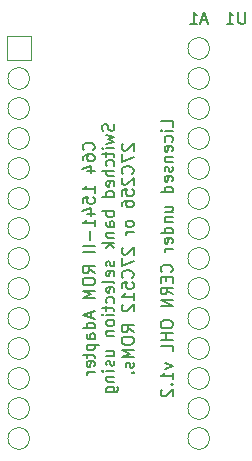
<source format=gbo>
%TF.GenerationSoftware,KiCad,Pcbnew,(5.1.8)-1*%
%TF.CreationDate,2021-04-08T15:32:03+02:00*%
%TF.ProjectId,C64 1541-II ROM Adapter,43363420-3135-4343-912d-494920524f4d,rev?*%
%TF.SameCoordinates,Original*%
%TF.FileFunction,Legend,Bot*%
%TF.FilePolarity,Positive*%
%FSLAX46Y46*%
G04 Gerber Fmt 4.6, Leading zero omitted, Abs format (unit mm)*
G04 Created by KiCad (PCBNEW (5.1.8)-1) date 2021-04-08 15:32:03*
%MOMM*%
%LPD*%
G01*
G04 APERTURE LIST*
%ADD10C,0.150000*%
%ADD11C,0.120000*%
G04 APERTURE END LIST*
D10*
X118189285Y-59856666D02*
X117713095Y-59856666D01*
X118284523Y-60142380D02*
X117951190Y-59142380D01*
X117617857Y-60142380D01*
X116760714Y-60142380D02*
X117332142Y-60142380D01*
X117046428Y-60142380D02*
X117046428Y-59142380D01*
X117141666Y-59285238D01*
X117236904Y-59380476D01*
X117332142Y-59428095D01*
X121411904Y-59142380D02*
X121411904Y-59951904D01*
X121364285Y-60047142D01*
X121316666Y-60094761D01*
X121221428Y-60142380D01*
X121030952Y-60142380D01*
X120935714Y-60094761D01*
X120888095Y-60047142D01*
X120840476Y-59951904D01*
X120840476Y-59142380D01*
X119840476Y-60142380D02*
X120411904Y-60142380D01*
X120126190Y-60142380D02*
X120126190Y-59142380D01*
X120221428Y-59285238D01*
X120316666Y-59380476D01*
X120411904Y-59428095D01*
X108563142Y-70819523D02*
X108610761Y-70771904D01*
X108658380Y-70629047D01*
X108658380Y-70533809D01*
X108610761Y-70390952D01*
X108515523Y-70295714D01*
X108420285Y-70248095D01*
X108229809Y-70200476D01*
X108086952Y-70200476D01*
X107896476Y-70248095D01*
X107801238Y-70295714D01*
X107706000Y-70390952D01*
X107658380Y-70533809D01*
X107658380Y-70629047D01*
X107706000Y-70771904D01*
X107753619Y-70819523D01*
X107658380Y-71676666D02*
X107658380Y-71486190D01*
X107706000Y-71390952D01*
X107753619Y-71343333D01*
X107896476Y-71248095D01*
X108086952Y-71200476D01*
X108467904Y-71200476D01*
X108563142Y-71248095D01*
X108610761Y-71295714D01*
X108658380Y-71390952D01*
X108658380Y-71581428D01*
X108610761Y-71676666D01*
X108563142Y-71724285D01*
X108467904Y-71771904D01*
X108229809Y-71771904D01*
X108134571Y-71724285D01*
X108086952Y-71676666D01*
X108039333Y-71581428D01*
X108039333Y-71390952D01*
X108086952Y-71295714D01*
X108134571Y-71248095D01*
X108229809Y-71200476D01*
X107991714Y-72629047D02*
X108658380Y-72629047D01*
X107610761Y-72390952D02*
X108325047Y-72152857D01*
X108325047Y-72771904D01*
X108658380Y-74438571D02*
X108658380Y-73867142D01*
X108658380Y-74152857D02*
X107658380Y-74152857D01*
X107801238Y-74057619D01*
X107896476Y-73962380D01*
X107944095Y-73867142D01*
X107658380Y-75343333D02*
X107658380Y-74867142D01*
X108134571Y-74819523D01*
X108086952Y-74867142D01*
X108039333Y-74962380D01*
X108039333Y-75200476D01*
X108086952Y-75295714D01*
X108134571Y-75343333D01*
X108229809Y-75390952D01*
X108467904Y-75390952D01*
X108563142Y-75343333D01*
X108610761Y-75295714D01*
X108658380Y-75200476D01*
X108658380Y-74962380D01*
X108610761Y-74867142D01*
X108563142Y-74819523D01*
X107991714Y-76248095D02*
X108658380Y-76248095D01*
X107610761Y-76009999D02*
X108325047Y-75771904D01*
X108325047Y-76390952D01*
X108658380Y-77295714D02*
X108658380Y-76724285D01*
X108658380Y-77009999D02*
X107658380Y-77009999D01*
X107801238Y-76914761D01*
X107896476Y-76819523D01*
X107944095Y-76724285D01*
X108277428Y-77724285D02*
X108277428Y-78486190D01*
X108658380Y-78962380D02*
X107658380Y-78962380D01*
X108658380Y-79438571D02*
X107658380Y-79438571D01*
X108658380Y-81248095D02*
X108182190Y-80914761D01*
X108658380Y-80676666D02*
X107658380Y-80676666D01*
X107658380Y-81057619D01*
X107706000Y-81152857D01*
X107753619Y-81200476D01*
X107848857Y-81248095D01*
X107991714Y-81248095D01*
X108086952Y-81200476D01*
X108134571Y-81152857D01*
X108182190Y-81057619D01*
X108182190Y-80676666D01*
X107658380Y-81867142D02*
X107658380Y-82057619D01*
X107706000Y-82152857D01*
X107801238Y-82248095D01*
X107991714Y-82295714D01*
X108325047Y-82295714D01*
X108515523Y-82248095D01*
X108610761Y-82152857D01*
X108658380Y-82057619D01*
X108658380Y-81867142D01*
X108610761Y-81771904D01*
X108515523Y-81676666D01*
X108325047Y-81629047D01*
X107991714Y-81629047D01*
X107801238Y-81676666D01*
X107706000Y-81771904D01*
X107658380Y-81867142D01*
X108658380Y-82724285D02*
X107658380Y-82724285D01*
X108372666Y-83057619D01*
X107658380Y-83390952D01*
X108658380Y-83390952D01*
X108372666Y-84581428D02*
X108372666Y-85057619D01*
X108658380Y-84486190D02*
X107658380Y-84819523D01*
X108658380Y-85152857D01*
X108658380Y-85914761D02*
X107658380Y-85914761D01*
X108610761Y-85914761D02*
X108658380Y-85819523D01*
X108658380Y-85629047D01*
X108610761Y-85533809D01*
X108563142Y-85486190D01*
X108467904Y-85438571D01*
X108182190Y-85438571D01*
X108086952Y-85486190D01*
X108039333Y-85533809D01*
X107991714Y-85629047D01*
X107991714Y-85819523D01*
X108039333Y-85914761D01*
X108658380Y-86819523D02*
X108134571Y-86819523D01*
X108039333Y-86771904D01*
X107991714Y-86676666D01*
X107991714Y-86486190D01*
X108039333Y-86390952D01*
X108610761Y-86819523D02*
X108658380Y-86724285D01*
X108658380Y-86486190D01*
X108610761Y-86390952D01*
X108515523Y-86343333D01*
X108420285Y-86343333D01*
X108325047Y-86390952D01*
X108277428Y-86486190D01*
X108277428Y-86724285D01*
X108229809Y-86819523D01*
X107991714Y-87295714D02*
X108991714Y-87295714D01*
X108039333Y-87295714D02*
X107991714Y-87390952D01*
X107991714Y-87581428D01*
X108039333Y-87676666D01*
X108086952Y-87724285D01*
X108182190Y-87771904D01*
X108467904Y-87771904D01*
X108563142Y-87724285D01*
X108610761Y-87676666D01*
X108658380Y-87581428D01*
X108658380Y-87390952D01*
X108610761Y-87295714D01*
X107991714Y-88057619D02*
X107991714Y-88438571D01*
X107658380Y-88200476D02*
X108515523Y-88200476D01*
X108610761Y-88248095D01*
X108658380Y-88343333D01*
X108658380Y-88438571D01*
X108610761Y-89152857D02*
X108658380Y-89057619D01*
X108658380Y-88867142D01*
X108610761Y-88771904D01*
X108515523Y-88724285D01*
X108134571Y-88724285D01*
X108039333Y-88771904D01*
X107991714Y-88867142D01*
X107991714Y-89057619D01*
X108039333Y-89152857D01*
X108134571Y-89200476D01*
X108229809Y-89200476D01*
X108325047Y-88724285D01*
X108658380Y-89629047D02*
X107991714Y-89629047D01*
X108182190Y-89629047D02*
X108086952Y-89676666D01*
X108039333Y-89724285D01*
X107991714Y-89819523D01*
X107991714Y-89914761D01*
X110260761Y-68629047D02*
X110308380Y-68771904D01*
X110308380Y-69010000D01*
X110260761Y-69105238D01*
X110213142Y-69152857D01*
X110117904Y-69200476D01*
X110022666Y-69200476D01*
X109927428Y-69152857D01*
X109879809Y-69105238D01*
X109832190Y-69010000D01*
X109784571Y-68819523D01*
X109736952Y-68724285D01*
X109689333Y-68676666D01*
X109594095Y-68629047D01*
X109498857Y-68629047D01*
X109403619Y-68676666D01*
X109356000Y-68724285D01*
X109308380Y-68819523D01*
X109308380Y-69057619D01*
X109356000Y-69200476D01*
X109641714Y-69533809D02*
X110308380Y-69724285D01*
X109832190Y-69914761D01*
X110308380Y-70105238D01*
X109641714Y-70295714D01*
X110308380Y-70676666D02*
X109641714Y-70676666D01*
X109308380Y-70676666D02*
X109356000Y-70629047D01*
X109403619Y-70676666D01*
X109356000Y-70724285D01*
X109308380Y-70676666D01*
X109403619Y-70676666D01*
X109641714Y-71010000D02*
X109641714Y-71390952D01*
X109308380Y-71152857D02*
X110165523Y-71152857D01*
X110260761Y-71200476D01*
X110308380Y-71295714D01*
X110308380Y-71390952D01*
X110260761Y-72152857D02*
X110308380Y-72057619D01*
X110308380Y-71867142D01*
X110260761Y-71771904D01*
X110213142Y-71724285D01*
X110117904Y-71676666D01*
X109832190Y-71676666D01*
X109736952Y-71724285D01*
X109689333Y-71771904D01*
X109641714Y-71867142D01*
X109641714Y-72057619D01*
X109689333Y-72152857D01*
X110308380Y-72581428D02*
X109308380Y-72581428D01*
X110308380Y-73010000D02*
X109784571Y-73010000D01*
X109689333Y-72962380D01*
X109641714Y-72867142D01*
X109641714Y-72724285D01*
X109689333Y-72629047D01*
X109736952Y-72581428D01*
X110260761Y-73867142D02*
X110308380Y-73771904D01*
X110308380Y-73581428D01*
X110260761Y-73486190D01*
X110165523Y-73438571D01*
X109784571Y-73438571D01*
X109689333Y-73486190D01*
X109641714Y-73581428D01*
X109641714Y-73771904D01*
X109689333Y-73867142D01*
X109784571Y-73914761D01*
X109879809Y-73914761D01*
X109975047Y-73438571D01*
X110308380Y-74771904D02*
X109308380Y-74771904D01*
X110260761Y-74771904D02*
X110308380Y-74676666D01*
X110308380Y-74486190D01*
X110260761Y-74390952D01*
X110213142Y-74343333D01*
X110117904Y-74295714D01*
X109832190Y-74295714D01*
X109736952Y-74343333D01*
X109689333Y-74390952D01*
X109641714Y-74486190D01*
X109641714Y-74676666D01*
X109689333Y-74771904D01*
X110308380Y-76010000D02*
X109308380Y-76010000D01*
X109689333Y-76010000D02*
X109641714Y-76105238D01*
X109641714Y-76295714D01*
X109689333Y-76390952D01*
X109736952Y-76438571D01*
X109832190Y-76486190D01*
X110117904Y-76486190D01*
X110213142Y-76438571D01*
X110260761Y-76390952D01*
X110308380Y-76295714D01*
X110308380Y-76105238D01*
X110260761Y-76010000D01*
X110308380Y-77343333D02*
X109784571Y-77343333D01*
X109689333Y-77295714D01*
X109641714Y-77200476D01*
X109641714Y-77010000D01*
X109689333Y-76914761D01*
X110260761Y-77343333D02*
X110308380Y-77248095D01*
X110308380Y-77010000D01*
X110260761Y-76914761D01*
X110165523Y-76867142D01*
X110070285Y-76867142D01*
X109975047Y-76914761D01*
X109927428Y-77010000D01*
X109927428Y-77248095D01*
X109879809Y-77343333D01*
X109641714Y-77819523D02*
X110308380Y-77819523D01*
X109736952Y-77819523D02*
X109689333Y-77867142D01*
X109641714Y-77962380D01*
X109641714Y-78105238D01*
X109689333Y-78200476D01*
X109784571Y-78248095D01*
X110308380Y-78248095D01*
X110308380Y-78724285D02*
X109308380Y-78724285D01*
X109927428Y-78819523D02*
X110308380Y-79105238D01*
X109641714Y-79105238D02*
X110022666Y-78724285D01*
X110260761Y-80248095D02*
X110308380Y-80343333D01*
X110308380Y-80533809D01*
X110260761Y-80629047D01*
X110165523Y-80676666D01*
X110117904Y-80676666D01*
X110022666Y-80629047D01*
X109975047Y-80533809D01*
X109975047Y-80390952D01*
X109927428Y-80295714D01*
X109832190Y-80248095D01*
X109784571Y-80248095D01*
X109689333Y-80295714D01*
X109641714Y-80390952D01*
X109641714Y-80533809D01*
X109689333Y-80629047D01*
X110260761Y-81486190D02*
X110308380Y-81390952D01*
X110308380Y-81200476D01*
X110260761Y-81105238D01*
X110165523Y-81057619D01*
X109784571Y-81057619D01*
X109689333Y-81105238D01*
X109641714Y-81200476D01*
X109641714Y-81390952D01*
X109689333Y-81486190D01*
X109784571Y-81533809D01*
X109879809Y-81533809D01*
X109975047Y-81057619D01*
X110308380Y-82105238D02*
X110260761Y-82010000D01*
X110165523Y-81962380D01*
X109308380Y-81962380D01*
X110260761Y-82867142D02*
X110308380Y-82771904D01*
X110308380Y-82581428D01*
X110260761Y-82486190D01*
X110165523Y-82438571D01*
X109784571Y-82438571D01*
X109689333Y-82486190D01*
X109641714Y-82581428D01*
X109641714Y-82771904D01*
X109689333Y-82867142D01*
X109784571Y-82914761D01*
X109879809Y-82914761D01*
X109975047Y-82438571D01*
X110260761Y-83771904D02*
X110308380Y-83676666D01*
X110308380Y-83486190D01*
X110260761Y-83390952D01*
X110213142Y-83343333D01*
X110117904Y-83295714D01*
X109832190Y-83295714D01*
X109736952Y-83343333D01*
X109689333Y-83390952D01*
X109641714Y-83486190D01*
X109641714Y-83676666D01*
X109689333Y-83771904D01*
X109641714Y-84057619D02*
X109641714Y-84438571D01*
X109308380Y-84200476D02*
X110165523Y-84200476D01*
X110260761Y-84248095D01*
X110308380Y-84343333D01*
X110308380Y-84438571D01*
X110308380Y-84771904D02*
X109641714Y-84771904D01*
X109308380Y-84771904D02*
X109356000Y-84724285D01*
X109403619Y-84771904D01*
X109356000Y-84819523D01*
X109308380Y-84771904D01*
X109403619Y-84771904D01*
X110308380Y-85390952D02*
X110260761Y-85295714D01*
X110213142Y-85248095D01*
X110117904Y-85200476D01*
X109832190Y-85200476D01*
X109736952Y-85248095D01*
X109689333Y-85295714D01*
X109641714Y-85390952D01*
X109641714Y-85533809D01*
X109689333Y-85629047D01*
X109736952Y-85676666D01*
X109832190Y-85724285D01*
X110117904Y-85724285D01*
X110213142Y-85676666D01*
X110260761Y-85629047D01*
X110308380Y-85533809D01*
X110308380Y-85390952D01*
X109641714Y-86152857D02*
X110308380Y-86152857D01*
X109736952Y-86152857D02*
X109689333Y-86200476D01*
X109641714Y-86295714D01*
X109641714Y-86438571D01*
X109689333Y-86533809D01*
X109784571Y-86581428D01*
X110308380Y-86581428D01*
X109641714Y-88248095D02*
X110308380Y-88248095D01*
X109641714Y-87819523D02*
X110165523Y-87819523D01*
X110260761Y-87867142D01*
X110308380Y-87962380D01*
X110308380Y-88105238D01*
X110260761Y-88200476D01*
X110213142Y-88248095D01*
X110260761Y-88676666D02*
X110308380Y-88771904D01*
X110308380Y-88962380D01*
X110260761Y-89057619D01*
X110165523Y-89105238D01*
X110117904Y-89105238D01*
X110022666Y-89057619D01*
X109975047Y-88962380D01*
X109975047Y-88819523D01*
X109927428Y-88724285D01*
X109832190Y-88676666D01*
X109784571Y-88676666D01*
X109689333Y-88724285D01*
X109641714Y-88819523D01*
X109641714Y-88962380D01*
X109689333Y-89057619D01*
X110308380Y-89533809D02*
X109641714Y-89533809D01*
X109308380Y-89533809D02*
X109356000Y-89486190D01*
X109403619Y-89533809D01*
X109356000Y-89581428D01*
X109308380Y-89533809D01*
X109403619Y-89533809D01*
X109641714Y-90010000D02*
X110308380Y-90010000D01*
X109736952Y-90010000D02*
X109689333Y-90057619D01*
X109641714Y-90152857D01*
X109641714Y-90295714D01*
X109689333Y-90390952D01*
X109784571Y-90438571D01*
X110308380Y-90438571D01*
X109641714Y-91343333D02*
X110451238Y-91343333D01*
X110546476Y-91295714D01*
X110594095Y-91248095D01*
X110641714Y-91152857D01*
X110641714Y-91010000D01*
X110594095Y-90914761D01*
X110260761Y-91343333D02*
X110308380Y-91248095D01*
X110308380Y-91057619D01*
X110260761Y-90962380D01*
X110213142Y-90914761D01*
X110117904Y-90867142D01*
X109832190Y-90867142D01*
X109736952Y-90914761D01*
X109689333Y-90962380D01*
X109641714Y-91057619D01*
X109641714Y-91248095D01*
X109689333Y-91343333D01*
X111053619Y-70295714D02*
X111006000Y-70343333D01*
X110958380Y-70438571D01*
X110958380Y-70676666D01*
X111006000Y-70771904D01*
X111053619Y-70819523D01*
X111148857Y-70867142D01*
X111244095Y-70867142D01*
X111386952Y-70819523D01*
X111958380Y-70248095D01*
X111958380Y-70867142D01*
X110958380Y-71200476D02*
X110958380Y-71867142D01*
X111958380Y-71438571D01*
X111863142Y-72819523D02*
X111910761Y-72771904D01*
X111958380Y-72629047D01*
X111958380Y-72533809D01*
X111910761Y-72390952D01*
X111815523Y-72295714D01*
X111720285Y-72248095D01*
X111529809Y-72200476D01*
X111386952Y-72200476D01*
X111196476Y-72248095D01*
X111101238Y-72295714D01*
X111006000Y-72390952D01*
X110958380Y-72533809D01*
X110958380Y-72629047D01*
X111006000Y-72771904D01*
X111053619Y-72819523D01*
X111053619Y-73200476D02*
X111006000Y-73248095D01*
X110958380Y-73343333D01*
X110958380Y-73581428D01*
X111006000Y-73676666D01*
X111053619Y-73724285D01*
X111148857Y-73771904D01*
X111244095Y-73771904D01*
X111386952Y-73724285D01*
X111958380Y-73152857D01*
X111958380Y-73771904D01*
X110958380Y-74676666D02*
X110958380Y-74200476D01*
X111434571Y-74152857D01*
X111386952Y-74200476D01*
X111339333Y-74295714D01*
X111339333Y-74533809D01*
X111386952Y-74629047D01*
X111434571Y-74676666D01*
X111529809Y-74724285D01*
X111767904Y-74724285D01*
X111863142Y-74676666D01*
X111910761Y-74629047D01*
X111958380Y-74533809D01*
X111958380Y-74295714D01*
X111910761Y-74200476D01*
X111863142Y-74152857D01*
X110958380Y-75581428D02*
X110958380Y-75390952D01*
X111006000Y-75295714D01*
X111053619Y-75248095D01*
X111196476Y-75152857D01*
X111386952Y-75105238D01*
X111767904Y-75105238D01*
X111863142Y-75152857D01*
X111910761Y-75200476D01*
X111958380Y-75295714D01*
X111958380Y-75486190D01*
X111910761Y-75581428D01*
X111863142Y-75629047D01*
X111767904Y-75676666D01*
X111529809Y-75676666D01*
X111434571Y-75629047D01*
X111386952Y-75581428D01*
X111339333Y-75486190D01*
X111339333Y-75295714D01*
X111386952Y-75200476D01*
X111434571Y-75152857D01*
X111529809Y-75105238D01*
X111958380Y-77010000D02*
X111910761Y-76914761D01*
X111863142Y-76867142D01*
X111767904Y-76819523D01*
X111482190Y-76819523D01*
X111386952Y-76867142D01*
X111339333Y-76914761D01*
X111291714Y-77010000D01*
X111291714Y-77152857D01*
X111339333Y-77248095D01*
X111386952Y-77295714D01*
X111482190Y-77343333D01*
X111767904Y-77343333D01*
X111863142Y-77295714D01*
X111910761Y-77248095D01*
X111958380Y-77152857D01*
X111958380Y-77010000D01*
X111958380Y-77771904D02*
X111291714Y-77771904D01*
X111482190Y-77771904D02*
X111386952Y-77819523D01*
X111339333Y-77867142D01*
X111291714Y-77962380D01*
X111291714Y-78057619D01*
X111053619Y-79105238D02*
X111006000Y-79152857D01*
X110958380Y-79248095D01*
X110958380Y-79486190D01*
X111006000Y-79581428D01*
X111053619Y-79629047D01*
X111148857Y-79676666D01*
X111244095Y-79676666D01*
X111386952Y-79629047D01*
X111958380Y-79057619D01*
X111958380Y-79676666D01*
X110958380Y-80010000D02*
X110958380Y-80676666D01*
X111958380Y-80248095D01*
X111863142Y-81629047D02*
X111910761Y-81581428D01*
X111958380Y-81438571D01*
X111958380Y-81343333D01*
X111910761Y-81200476D01*
X111815523Y-81105238D01*
X111720285Y-81057619D01*
X111529809Y-81010000D01*
X111386952Y-81010000D01*
X111196476Y-81057619D01*
X111101238Y-81105238D01*
X111006000Y-81200476D01*
X110958380Y-81343333D01*
X110958380Y-81438571D01*
X111006000Y-81581428D01*
X111053619Y-81629047D01*
X110958380Y-82533809D02*
X110958380Y-82057619D01*
X111434571Y-82010000D01*
X111386952Y-82057619D01*
X111339333Y-82152857D01*
X111339333Y-82390952D01*
X111386952Y-82486190D01*
X111434571Y-82533809D01*
X111529809Y-82581428D01*
X111767904Y-82581428D01*
X111863142Y-82533809D01*
X111910761Y-82486190D01*
X111958380Y-82390952D01*
X111958380Y-82152857D01*
X111910761Y-82057619D01*
X111863142Y-82010000D01*
X111958380Y-83533809D02*
X111958380Y-82962380D01*
X111958380Y-83248095D02*
X110958380Y-83248095D01*
X111101238Y-83152857D01*
X111196476Y-83057619D01*
X111244095Y-82962380D01*
X111053619Y-83914761D02*
X111006000Y-83962380D01*
X110958380Y-84057619D01*
X110958380Y-84295714D01*
X111006000Y-84390952D01*
X111053619Y-84438571D01*
X111148857Y-84486190D01*
X111244095Y-84486190D01*
X111386952Y-84438571D01*
X111958380Y-83867142D01*
X111958380Y-84486190D01*
X111958380Y-86248095D02*
X111482190Y-85914761D01*
X111958380Y-85676666D02*
X110958380Y-85676666D01*
X110958380Y-86057619D01*
X111006000Y-86152857D01*
X111053619Y-86200476D01*
X111148857Y-86248095D01*
X111291714Y-86248095D01*
X111386952Y-86200476D01*
X111434571Y-86152857D01*
X111482190Y-86057619D01*
X111482190Y-85676666D01*
X110958380Y-86867142D02*
X110958380Y-87057619D01*
X111006000Y-87152857D01*
X111101238Y-87248095D01*
X111291714Y-87295714D01*
X111625047Y-87295714D01*
X111815523Y-87248095D01*
X111910761Y-87152857D01*
X111958380Y-87057619D01*
X111958380Y-86867142D01*
X111910761Y-86771904D01*
X111815523Y-86676666D01*
X111625047Y-86629047D01*
X111291714Y-86629047D01*
X111101238Y-86676666D01*
X111006000Y-86771904D01*
X110958380Y-86867142D01*
X111958380Y-87724285D02*
X110958380Y-87724285D01*
X111672666Y-88057619D01*
X110958380Y-88390952D01*
X111958380Y-88390952D01*
X111910761Y-88819523D02*
X111958380Y-88914761D01*
X111958380Y-89105238D01*
X111910761Y-89200476D01*
X111815523Y-89248095D01*
X111767904Y-89248095D01*
X111672666Y-89200476D01*
X111625047Y-89105238D01*
X111625047Y-88962380D01*
X111577428Y-88867142D01*
X111482190Y-88819523D01*
X111434571Y-88819523D01*
X111339333Y-88867142D01*
X111291714Y-88962380D01*
X111291714Y-89105238D01*
X111339333Y-89200476D01*
X111863142Y-89676666D02*
X111910761Y-89724285D01*
X111958380Y-89676666D01*
X111910761Y-89629047D01*
X111863142Y-89676666D01*
X111958380Y-89676666D01*
X115258380Y-68867142D02*
X115258380Y-68390952D01*
X114258380Y-68390952D01*
X115258380Y-69200476D02*
X114591714Y-69200476D01*
X114258380Y-69200476D02*
X114306000Y-69152857D01*
X114353619Y-69200476D01*
X114306000Y-69248095D01*
X114258380Y-69200476D01*
X114353619Y-69200476D01*
X115210761Y-70105238D02*
X115258380Y-70010000D01*
X115258380Y-69819523D01*
X115210761Y-69724285D01*
X115163142Y-69676666D01*
X115067904Y-69629047D01*
X114782190Y-69629047D01*
X114686952Y-69676666D01*
X114639333Y-69724285D01*
X114591714Y-69819523D01*
X114591714Y-70010000D01*
X114639333Y-70105238D01*
X115210761Y-70914761D02*
X115258380Y-70819523D01*
X115258380Y-70629047D01*
X115210761Y-70533809D01*
X115115523Y-70486190D01*
X114734571Y-70486190D01*
X114639333Y-70533809D01*
X114591714Y-70629047D01*
X114591714Y-70819523D01*
X114639333Y-70914761D01*
X114734571Y-70962380D01*
X114829809Y-70962380D01*
X114925047Y-70486190D01*
X114591714Y-71390952D02*
X115258380Y-71390952D01*
X114686952Y-71390952D02*
X114639333Y-71438571D01*
X114591714Y-71533809D01*
X114591714Y-71676666D01*
X114639333Y-71771904D01*
X114734571Y-71819523D01*
X115258380Y-71819523D01*
X115210761Y-72248095D02*
X115258380Y-72343333D01*
X115258380Y-72533809D01*
X115210761Y-72629047D01*
X115115523Y-72676666D01*
X115067904Y-72676666D01*
X114972666Y-72629047D01*
X114925047Y-72533809D01*
X114925047Y-72390952D01*
X114877428Y-72295714D01*
X114782190Y-72248095D01*
X114734571Y-72248095D01*
X114639333Y-72295714D01*
X114591714Y-72390952D01*
X114591714Y-72533809D01*
X114639333Y-72629047D01*
X115210761Y-73486190D02*
X115258380Y-73390952D01*
X115258380Y-73200476D01*
X115210761Y-73105238D01*
X115115523Y-73057619D01*
X114734571Y-73057619D01*
X114639333Y-73105238D01*
X114591714Y-73200476D01*
X114591714Y-73390952D01*
X114639333Y-73486190D01*
X114734571Y-73533809D01*
X114829809Y-73533809D01*
X114925047Y-73057619D01*
X115258380Y-74390952D02*
X114258380Y-74390952D01*
X115210761Y-74390952D02*
X115258380Y-74295714D01*
X115258380Y-74105238D01*
X115210761Y-74010000D01*
X115163142Y-73962380D01*
X115067904Y-73914761D01*
X114782190Y-73914761D01*
X114686952Y-73962380D01*
X114639333Y-74010000D01*
X114591714Y-74105238D01*
X114591714Y-74295714D01*
X114639333Y-74390952D01*
X114591714Y-76057619D02*
X115258380Y-76057619D01*
X114591714Y-75629047D02*
X115115523Y-75629047D01*
X115210761Y-75676666D01*
X115258380Y-75771904D01*
X115258380Y-75914761D01*
X115210761Y-76010000D01*
X115163142Y-76057619D01*
X114591714Y-76533809D02*
X115258380Y-76533809D01*
X114686952Y-76533809D02*
X114639333Y-76581428D01*
X114591714Y-76676666D01*
X114591714Y-76819523D01*
X114639333Y-76914761D01*
X114734571Y-76962380D01*
X115258380Y-76962380D01*
X115258380Y-77867142D02*
X114258380Y-77867142D01*
X115210761Y-77867142D02*
X115258380Y-77771904D01*
X115258380Y-77581428D01*
X115210761Y-77486190D01*
X115163142Y-77438571D01*
X115067904Y-77390952D01*
X114782190Y-77390952D01*
X114686952Y-77438571D01*
X114639333Y-77486190D01*
X114591714Y-77581428D01*
X114591714Y-77771904D01*
X114639333Y-77867142D01*
X115210761Y-78724285D02*
X115258380Y-78629047D01*
X115258380Y-78438571D01*
X115210761Y-78343333D01*
X115115523Y-78295714D01*
X114734571Y-78295714D01*
X114639333Y-78343333D01*
X114591714Y-78438571D01*
X114591714Y-78629047D01*
X114639333Y-78724285D01*
X114734571Y-78771904D01*
X114829809Y-78771904D01*
X114925047Y-78295714D01*
X115258380Y-79200476D02*
X114591714Y-79200476D01*
X114782190Y-79200476D02*
X114686952Y-79248095D01*
X114639333Y-79295714D01*
X114591714Y-79390952D01*
X114591714Y-79486190D01*
X115163142Y-81152857D02*
X115210761Y-81105238D01*
X115258380Y-80962380D01*
X115258380Y-80867142D01*
X115210761Y-80724285D01*
X115115523Y-80629047D01*
X115020285Y-80581428D01*
X114829809Y-80533809D01*
X114686952Y-80533809D01*
X114496476Y-80581428D01*
X114401238Y-80629047D01*
X114306000Y-80724285D01*
X114258380Y-80867142D01*
X114258380Y-80962380D01*
X114306000Y-81105238D01*
X114353619Y-81152857D01*
X114734571Y-81581428D02*
X114734571Y-81914761D01*
X115258380Y-82057619D02*
X115258380Y-81581428D01*
X114258380Y-81581428D01*
X114258380Y-82057619D01*
X115258380Y-83057619D02*
X114782190Y-82724285D01*
X115258380Y-82486190D02*
X114258380Y-82486190D01*
X114258380Y-82867142D01*
X114306000Y-82962380D01*
X114353619Y-83010000D01*
X114448857Y-83057619D01*
X114591714Y-83057619D01*
X114686952Y-83010000D01*
X114734571Y-82962380D01*
X114782190Y-82867142D01*
X114782190Y-82486190D01*
X115258380Y-83486190D02*
X114258380Y-83486190D01*
X115258380Y-84057619D01*
X114258380Y-84057619D01*
X114258380Y-85486190D02*
X114258380Y-85676666D01*
X114306000Y-85771904D01*
X114401238Y-85867142D01*
X114591714Y-85914761D01*
X114925047Y-85914761D01*
X115115523Y-85867142D01*
X115210761Y-85771904D01*
X115258380Y-85676666D01*
X115258380Y-85486190D01*
X115210761Y-85390952D01*
X115115523Y-85295714D01*
X114925047Y-85248095D01*
X114591714Y-85248095D01*
X114401238Y-85295714D01*
X114306000Y-85390952D01*
X114258380Y-85486190D01*
X115258380Y-86343333D02*
X114258380Y-86343333D01*
X114734571Y-86343333D02*
X114734571Y-86914761D01*
X115258380Y-86914761D02*
X114258380Y-86914761D01*
X115258380Y-87867142D02*
X115258380Y-87390952D01*
X114258380Y-87390952D01*
X114591714Y-88867142D02*
X115258380Y-89105238D01*
X114591714Y-89343333D01*
X115258380Y-90248095D02*
X115258380Y-89676666D01*
X115258380Y-89962380D02*
X114258380Y-89962380D01*
X114401238Y-89867142D01*
X114496476Y-89771904D01*
X114544095Y-89676666D01*
X115163142Y-90676666D02*
X115210761Y-90724285D01*
X115258380Y-90676666D01*
X115210761Y-90629047D01*
X115163142Y-90676666D01*
X115258380Y-90676666D01*
X114353619Y-91105238D02*
X114306000Y-91152857D01*
X114258380Y-91248095D01*
X114258380Y-91486190D01*
X114306000Y-91581428D01*
X114353619Y-91629047D01*
X114448857Y-91676666D01*
X114544095Y-91676666D01*
X114686952Y-91629047D01*
X115258380Y-91057619D01*
X115258380Y-91676666D01*
D11*
%TO.C,A1*%
X101219000Y-61214000D02*
X103251000Y-61214000D01*
X101219000Y-63246000D02*
X101219000Y-61214000D01*
X103251000Y-63246000D02*
X101219000Y-63246000D01*
X103251000Y-61214000D02*
X103251000Y-63246000D01*
X118390810Y-64770000D02*
G75*
G03*
X118390810Y-64770000I-915810J0D01*
G01*
X118390810Y-62230000D02*
G75*
G03*
X118390810Y-62230000I-915810J0D01*
G01*
X118390810Y-69850000D02*
G75*
G03*
X118390810Y-69850000I-915810J0D01*
G01*
X118390810Y-67310000D02*
G75*
G03*
X118390810Y-67310000I-915810J0D01*
G01*
X118390810Y-74930000D02*
G75*
G03*
X118390810Y-74930000I-915810J0D01*
G01*
X118390810Y-72390000D02*
G75*
G03*
X118390810Y-72390000I-915810J0D01*
G01*
X118390810Y-80010000D02*
G75*
G03*
X118390810Y-80010000I-915810J0D01*
G01*
X118390810Y-77470000D02*
G75*
G03*
X118390810Y-77470000I-915810J0D01*
G01*
X118390810Y-85090000D02*
G75*
G03*
X118390810Y-85090000I-915810J0D01*
G01*
X118390810Y-82550000D02*
G75*
G03*
X118390810Y-82550000I-915810J0D01*
G01*
X118390810Y-90170000D02*
G75*
G03*
X118390810Y-90170000I-915810J0D01*
G01*
X118390810Y-87630000D02*
G75*
G03*
X118390810Y-87630000I-915810J0D01*
G01*
X118390810Y-95250000D02*
G75*
G03*
X118390810Y-95250000I-915810J0D01*
G01*
X118390810Y-92710000D02*
G75*
G03*
X118390810Y-92710000I-915810J0D01*
G01*
X103150810Y-95250000D02*
G75*
G03*
X103150810Y-95250000I-915810J0D01*
G01*
X103150810Y-92710000D02*
G75*
G03*
X103150810Y-92710000I-915810J0D01*
G01*
X103150810Y-90170000D02*
G75*
G03*
X103150810Y-90170000I-915810J0D01*
G01*
X103150810Y-87630000D02*
G75*
G03*
X103150810Y-87630000I-915810J0D01*
G01*
X103150810Y-85090000D02*
G75*
G03*
X103150810Y-85090000I-915810J0D01*
G01*
X103150810Y-82550000D02*
G75*
G03*
X103150810Y-82550000I-915810J0D01*
G01*
X103150810Y-80010000D02*
G75*
G03*
X103150810Y-80010000I-915810J0D01*
G01*
X103150810Y-77470000D02*
G75*
G03*
X103150810Y-77470000I-915810J0D01*
G01*
X103150810Y-74930000D02*
G75*
G03*
X103150810Y-74930000I-915810J0D01*
G01*
X103150810Y-72390000D02*
G75*
G03*
X103150810Y-72390000I-915810J0D01*
G01*
X103150810Y-69850000D02*
G75*
G03*
X103150810Y-69850000I-915810J0D01*
G01*
X103150810Y-67310000D02*
G75*
G03*
X103150810Y-67310000I-915810J0D01*
G01*
X103150810Y-64770000D02*
G75*
G03*
X103150810Y-64770000I-915810J0D01*
G01*
%TD*%
M02*

</source>
